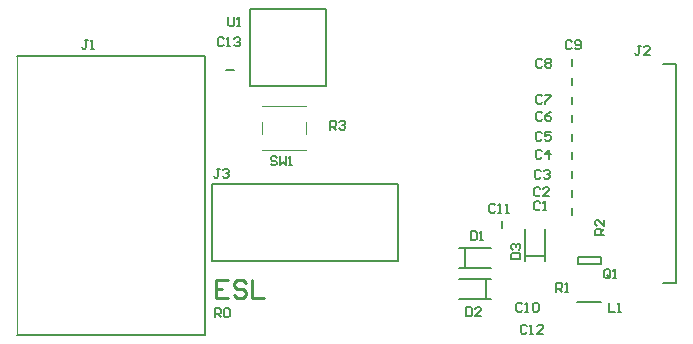
<source format=gto>
G04*
G04 #@! TF.GenerationSoftware,Altium Limited,Altium Designer,25.2.1 (25)*
G04*
G04 Layer_Color=65535*
%FSLAX44Y44*%
%MOMM*%
G71*
G04*
G04 #@! TF.SameCoordinates,08FEDEBF-EFD6-4BB9-9F50-9E33F9D93CBE*
G04*
G04*
G04 #@! TF.FilePolarity,Positive*
G04*
G01*
G75*
%ADD10C,0.1270*%
%ADD11C,0.1250*%
%ADD12C,0.1000*%
%ADD13C,0.2540*%
D10*
X342654Y81038D02*
Y146038D01*
X185654D02*
X342654D01*
X185654Y81038D02*
Y146038D01*
Y81038D02*
X342654D01*
X179324Y32004D02*
Y254254D01*
X63754Y18034D02*
X132334D01*
X20574Y254254D02*
X179324D01*
Y18034D02*
Y32004D01*
X132334Y18034D02*
X179324D01*
X20574D02*
X63754D01*
X197660Y242570D02*
X203660D01*
X217384Y229144D02*
Y294144D01*
Y229144D02*
X282384D01*
Y294144D01*
X217384D02*
X282384D01*
X494980Y84370D02*
X514980D01*
Y78370D02*
Y84370D01*
X494980Y78370D02*
X514980D01*
X494980D02*
Y84370D01*
X494880Y46360D02*
X514880D01*
X567206Y247890D02*
X578456D01*
X567206Y62390D02*
X578456D01*
Y247890D01*
X450680Y80650D02*
Y107550D01*
X467570Y80650D02*
Y107550D01*
X450680Y85210D02*
X467570D01*
X394860Y48580D02*
X421760D01*
X394860Y65470D02*
X421760D01*
X417200Y48580D02*
Y65470D01*
X394920Y91840D02*
X421820D01*
X394920Y74950D02*
X421820D01*
X399480D02*
Y91840D01*
X430910Y108320D02*
Y114320D01*
X490594Y245412D02*
Y251412D01*
Y229664D02*
Y235664D01*
Y213916D02*
Y219916D01*
Y198168D02*
Y204168D01*
Y182420D02*
Y188420D01*
Y166672D02*
Y172672D01*
Y150924D02*
Y156924D01*
X490474Y135176D02*
Y141176D01*
Y119428D02*
Y125428D01*
X187930Y32910D02*
Y40528D01*
X191739D01*
X193008Y39258D01*
Y36719D01*
X191739Y35449D01*
X187930D01*
X190469D02*
X193008Y32910D01*
X195548Y39258D02*
X196817Y40528D01*
X199356D01*
X200626Y39258D01*
Y34180D01*
X199356Y32910D01*
X196817D01*
X195548Y34180D01*
Y39258D01*
X191948Y158717D02*
X189409D01*
X190679D01*
Y152370D01*
X189409Y151100D01*
X188140D01*
X186870Y152370D01*
X194487Y157448D02*
X195757Y158717D01*
X198296D01*
X199566Y157448D01*
Y156178D01*
X198296Y154909D01*
X197027D01*
X198296D01*
X199566Y153639D01*
Y152370D01*
X198296Y151100D01*
X195757D01*
X194487Y152370D01*
X80128Y268207D02*
X77589D01*
X78859D01*
Y261860D01*
X77589Y260590D01*
X76320D01*
X75050Y261860D01*
X82668Y260590D02*
X85207D01*
X83937D01*
Y268207D01*
X82668Y266938D01*
X285418Y191978D02*
Y199596D01*
X289227D01*
X290496Y198326D01*
Y195787D01*
X289227Y194517D01*
X285418D01*
X287957D02*
X290496Y191978D01*
X293036Y198326D02*
X294305Y199596D01*
X296844D01*
X298114Y198326D01*
Y197056D01*
X296844Y195787D01*
X295575D01*
X296844D01*
X298114Y194517D01*
Y193248D01*
X296844Y191978D01*
X294305D01*
X293036Y193248D01*
X195388Y268928D02*
X194119Y270198D01*
X191580D01*
X190310Y268928D01*
Y263850D01*
X191580Y262580D01*
X194119D01*
X195388Y263850D01*
X197927Y262580D02*
X200467D01*
X199197D01*
Y270198D01*
X197927Y268928D01*
X204275D02*
X205545Y270198D01*
X208084D01*
X209354Y268928D01*
Y267658D01*
X208084Y266389D01*
X206815D01*
X208084D01*
X209354Y265119D01*
Y263850D01*
X208084Y262580D01*
X205545D01*
X204275Y263850D01*
X199136Y287272D02*
Y280924D01*
X200406Y279654D01*
X202945D01*
X204214Y280924D01*
Y287272D01*
X206754Y279654D02*
X209293D01*
X208023D01*
Y287272D01*
X206754Y286002D01*
X240258Y168108D02*
X238989Y169377D01*
X236450D01*
X235180Y168108D01*
Y166838D01*
X236450Y165569D01*
X238989D01*
X240258Y164299D01*
Y163030D01*
X238989Y161760D01*
X236450D01*
X235180Y163030D01*
X242798Y169377D02*
Y161760D01*
X245337Y164299D01*
X247876Y161760D01*
Y169377D01*
X250415Y161760D02*
X252954D01*
X251685D01*
Y169377D01*
X250415Y168108D01*
X517590Y102810D02*
X509972D01*
Y106619D01*
X511242Y107888D01*
X513781D01*
X515051Y106619D01*
Y102810D01*
Y105349D02*
X517590Y107888D01*
Y115506D02*
Y110428D01*
X512512Y115506D01*
X511242D01*
X509972Y114236D01*
Y111697D01*
X511242Y110428D01*
X476990Y54650D02*
Y62267D01*
X480799D01*
X482068Y60998D01*
Y58459D01*
X480799Y57189D01*
X476990D01*
X479529D02*
X482068Y54650D01*
X484608D02*
X487147D01*
X485877D01*
Y62267D01*
X484608Y60998D01*
X522808Y67560D02*
Y72638D01*
X521539Y73907D01*
X519000D01*
X517730Y72638D01*
Y67560D01*
X519000Y66290D01*
X521539D01*
X520269Y68829D02*
X522808Y66290D01*
X521539D02*
X522808Y67560D01*
X525348Y66290D02*
X527887D01*
X526617D01*
Y73907D01*
X525348Y72638D01*
X521190Y45198D02*
Y37580D01*
X526268D01*
X528807D02*
X531347D01*
X530077D01*
Y45198D01*
X528807Y43928D01*
X548638Y263142D02*
X546099D01*
X547369D01*
Y256794D01*
X546099Y255524D01*
X544830D01*
X543560Y256794D01*
X556256Y255524D02*
X551177D01*
X556256Y260602D01*
Y261872D01*
X554986Y263142D01*
X552447D01*
X551177Y261872D01*
X438833Y82610D02*
X446450D01*
Y86419D01*
X445180Y87688D01*
X440102D01*
X438833Y86419D01*
Y82610D01*
X440102Y90227D02*
X438833Y91497D01*
Y94036D01*
X440102Y95306D01*
X441372D01*
X442641Y94036D01*
Y92767D01*
Y94036D01*
X443911Y95306D01*
X445180D01*
X446450Y94036D01*
Y91497D01*
X445180Y90227D01*
X400820Y41427D02*
Y33810D01*
X404629D01*
X405898Y35080D01*
Y40158D01*
X404629Y41427D01*
X400820D01*
X413516Y33810D02*
X408438D01*
X413516Y38888D01*
Y40158D01*
X412246Y41427D01*
X409707D01*
X408438Y40158D01*
X404360Y105868D02*
Y98250D01*
X408169D01*
X409438Y99520D01*
Y104598D01*
X408169Y105868D01*
X404360D01*
X411978Y98250D02*
X414517D01*
X413247D01*
Y105868D01*
X411978Y104598D01*
X451938Y25468D02*
X450669Y26737D01*
X448130D01*
X446860Y25468D01*
Y20390D01*
X448130Y19120D01*
X450669D01*
X451938Y20390D01*
X454478Y19120D02*
X457017D01*
X455747D01*
Y26737D01*
X454478Y25468D01*
X465904Y19120D02*
X460826D01*
X465904Y24198D01*
Y25468D01*
X464634Y26737D01*
X462095D01*
X460826Y25468D01*
X425448Y127858D02*
X424179Y129128D01*
X421640D01*
X420370Y127858D01*
Y122780D01*
X421640Y121510D01*
X424179D01*
X425448Y122780D01*
X427988Y121510D02*
X430527D01*
X429257D01*
Y129128D01*
X427988Y127858D01*
X434336Y121510D02*
X436875D01*
X435605D01*
Y129128D01*
X434336Y127858D01*
X448238Y44018D02*
X446969Y45287D01*
X444430D01*
X443160Y44018D01*
Y38940D01*
X444430Y37670D01*
X446969D01*
X448238Y38940D01*
X450778Y37670D02*
X453317D01*
X452047D01*
Y45287D01*
X450778Y44018D01*
X457126D02*
X458395Y45287D01*
X460934D01*
X462204Y44018D01*
Y38940D01*
X460934Y37670D01*
X458395D01*
X457126Y38940D01*
Y44018D01*
X490078Y266238D02*
X488809Y267507D01*
X486270D01*
X485000Y266238D01*
Y261160D01*
X486270Y259890D01*
X488809D01*
X490078Y261160D01*
X492617D02*
X493887Y259890D01*
X496426D01*
X497696Y261160D01*
Y266238D01*
X496426Y267507D01*
X493887D01*
X492617Y266238D01*
Y264968D01*
X493887Y263699D01*
X497696D01*
X464968Y250568D02*
X463699Y251838D01*
X461160D01*
X459890Y250568D01*
Y245490D01*
X461160Y244220D01*
X463699D01*
X464968Y245490D01*
X467508Y250568D02*
X468777Y251838D01*
X471316D01*
X472586Y250568D01*
Y249298D01*
X471316Y248029D01*
X472586Y246759D01*
Y245490D01*
X471316Y244220D01*
X468777D01*
X467508Y245490D01*
Y246759D01*
X468777Y248029D01*
X467508Y249298D01*
Y250568D01*
X468777Y248029D02*
X471316D01*
X465258Y220118D02*
X463989Y221388D01*
X461450D01*
X460180Y220118D01*
Y215040D01*
X461450Y213770D01*
X463989D01*
X465258Y215040D01*
X467798Y221388D02*
X472876D01*
Y220118D01*
X467798Y215040D01*
Y213770D01*
X465188Y205808D02*
X463919Y207078D01*
X461380D01*
X460110Y205808D01*
Y200730D01*
X461380Y199460D01*
X463919D01*
X465188Y200730D01*
X472806Y207078D02*
X470267Y205808D01*
X467728Y203269D01*
Y200730D01*
X468997Y199460D01*
X471536D01*
X472806Y200730D01*
Y201999D01*
X471536Y203269D01*
X467728D01*
X464608Y189018D02*
X463339Y190287D01*
X460800D01*
X459530Y189018D01*
Y183940D01*
X460800Y182670D01*
X463339D01*
X464608Y183940D01*
X472226Y190287D02*
X467147D01*
Y186479D01*
X469687Y187748D01*
X470956D01*
X472226Y186479D01*
Y183940D01*
X470956Y182670D01*
X468417D01*
X467147Y183940D01*
X464748Y173468D02*
X463479Y174737D01*
X460940D01*
X459670Y173468D01*
Y168390D01*
X460940Y167120D01*
X463479D01*
X464748Y168390D01*
X471096Y167120D02*
Y174737D01*
X467287Y170929D01*
X472366D01*
X463878Y156828D02*
X462609Y158097D01*
X460070D01*
X458800Y156828D01*
Y151750D01*
X460070Y150480D01*
X462609D01*
X463878Y151750D01*
X466418Y156828D02*
X467687Y158097D01*
X470226D01*
X471496Y156828D01*
Y155558D01*
X470226Y154289D01*
X468957D01*
X470226D01*
X471496Y153019D01*
Y151750D01*
X470226Y150480D01*
X467687D01*
X466418Y151750D01*
X463298Y141788D02*
X462029Y143057D01*
X459490D01*
X458220Y141788D01*
Y136710D01*
X459490Y135440D01*
X462029D01*
X463298Y136710D01*
X470916Y135440D02*
X465838D01*
X470916Y140518D01*
Y141788D01*
X469646Y143057D01*
X467107D01*
X465838Y141788D01*
X463368Y130088D02*
X462099Y131357D01*
X459560D01*
X458290Y130088D01*
Y125010D01*
X459560Y123740D01*
X462099D01*
X463368Y125010D01*
X465908Y123740D02*
X468447D01*
X467177D01*
Y131357D01*
X465908Y130088D01*
D11*
X20574Y254254D02*
X20574Y18034D01*
D12*
X227620Y212014D02*
X264620D01*
X227620Y175014D02*
X264620D01*
X227620Y188514D02*
Y198514D01*
X264620Y188514D02*
Y198514D01*
D13*
X199177Y65005D02*
X189020D01*
Y49770D01*
X199177D01*
X189020Y57387D02*
X194098D01*
X214412Y62466D02*
X211873Y65005D01*
X206794D01*
X204255Y62466D01*
Y59927D01*
X206794Y57387D01*
X211873D01*
X214412Y54848D01*
Y52309D01*
X211873Y49770D01*
X206794D01*
X204255Y52309D01*
X219490Y65005D02*
Y49770D01*
X229647D01*
M02*

</source>
